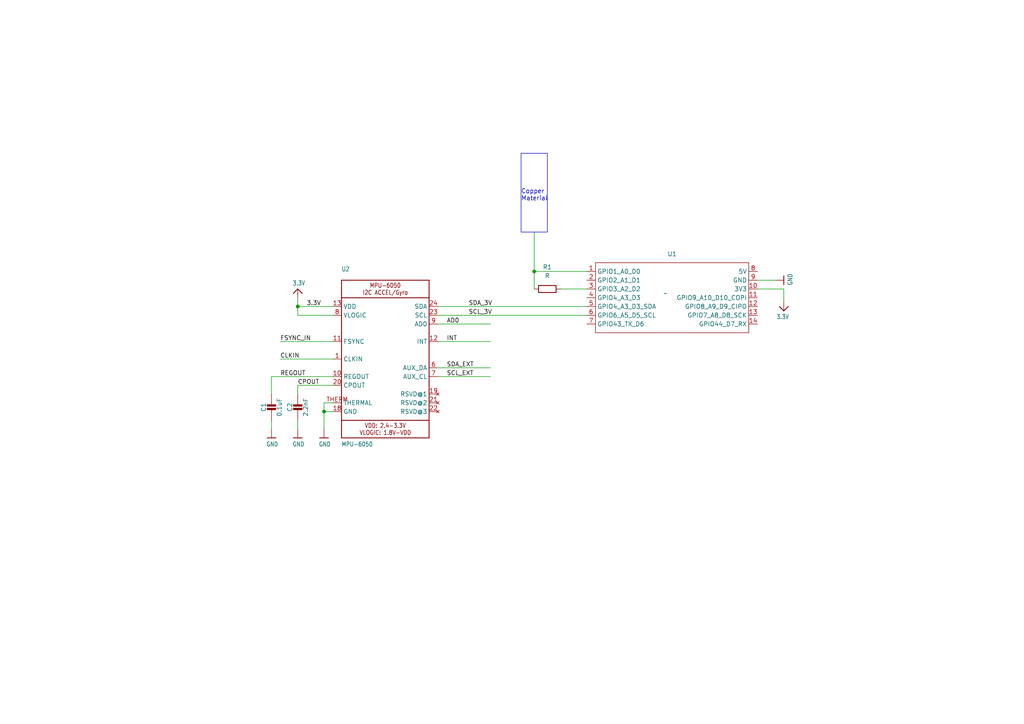
<source format=kicad_sch>
(kicad_sch (version 20230121) (generator eeschema)
  (paper "A4")
  (lib_symbols
    (symbol "Adafruit MPU6050-eagle-import:3.3V" (power)
      (property "Value" "3.3V" (at -1.524 1.016 0))
      (symbol "3.3V_1_0"
        (polyline (pts (xy -1.27 -1.27) (xy 0 0)) (stroke (width 0.254)))
        (polyline (pts (xy 0 0) (xy 1.27 -1.27)) (stroke (width 0.254)))
        (pin power_in line (at 0 -2.54 90) (length 2.54) (name "3.3V") (number "1"))
      )
    )
    (symbol "Adafruit MPU6050-eagle-import:CAP_CERAMIC0603_NO"
      (property "Reference" "C" (at -2.29 1.25 90))
      (symbol "CAP_CERAMIC0603_NO_1_0"
        (rectangle (start -1.27 0.508) (end 1.27 1.016) (fill (type outline)))
        (rectangle (start -1.27 1.524) (end 1.27 2.032) (fill (type outline)))
        (polyline (pts (xy 0 0.762) (xy 0 0)) (stroke (width 0.1524)))
        (polyline (pts (xy 0 2.54) (xy 0 1.778)) (stroke (width 0.1524)))
        (pin passive line (at 0 5.08 270) (length 2.54) (name "1") (number "1"))
        (pin passive line (at 0 -2.54 90) (length 2.54) (name "2") (number "2"))
      )
    )
    (symbol "Adafruit MPU6050-eagle-import:GND" (power)
      (property "Value" "GND" (at -1.524 -2.54 0))
      (symbol "GND_1_0"
        (polyline (pts (xy -1.27 0) (xy 1.27 0)) (stroke (width 0.254)))
        (pin power_in line (at 0 2.54 270) (length 2.54) (name "GND") (number "1"))
      )
    )
    (symbol "Adafruit MPU6050-eagle-import:MPU-6050"
      (property "Reference" "U" (at -12.7 25.4 0))
      (symbol "MPU-6050_1_0"
        (polyline (pts (xy -12.7 -22.86) (xy 12.7 -22.86)) (stroke (width 0.254)))
        (polyline (pts (xy -12.7 -17.78) (xy -12.7 -22.86)) (stroke (width 0.254)))
        (polyline (pts (xy -12.7 -17.78) (xy -12.7 17.78)) (stroke (width 0.254)))
        (polyline (pts (xy -12.7 17.78) (xy -12.7 22.86)) (stroke (width 0.254)))
        (polyline (pts (xy -12.7 17.78) (xy 12.7 17.78)) (stroke (width 0.254)))
        (polyline (pts (xy -12.7 22.86) (xy 12.7 22.86)) (stroke (width 0.254)))
        (polyline (pts (xy 12.7 -22.86) (xy 12.7 -17.78)) (stroke (width 0.254)))
        (polyline (pts (xy 12.7 -17.78) (xy -12.7 -17.78)) (stroke (width 0.254)))
        (polyline (pts (xy 12.7 17.78) (xy 12.7 -17.78)) (stroke (width 0.254)))
        (polyline (pts (xy 12.7 22.86) (xy 12.7 17.78)) (stroke (width 0.254)))
        (text "MPU-6050\nI2C ACCEL/Gyro" (at 0 20.32 0) (effects (font (size 1.27 1.0795))))
        (text "VDD: 2.4-3.3V\nVLOGIC: 1.8V-VDD" (at 0 -20.32 0) (effects (font (size 1.27 1.0795))))
        (pin input line (at -15.24 0 0) (length 2.54) (name "CLKIN") (number "1"))
        (pin passive line (at -15.24 -5.08 0) (length 2.54) (name "REGOUT") (number "10"))
        (pin input line (at -15.24 5.08 0) (length 2.54) (name "FSYNC") (number "11"))
        (pin output line (at 15.24 5.08 180) (length 2.54) (name "INT") (number "12"))
        (pin power_in line (at -15.24 15.24 0) (length 2.54) (name "VDD") (number "13"))
        (pin power_in line (at -15.24 -15.24 0) (length 2.54) (name "GND") (number "18"))
        (pin no_connect line (at 15.24 -10.16 180) (length 2.54) (name "RSVD@1") (number "19"))
        (pin passive line (at -15.24 -7.62 0) (length 2.54) (name "CPOUT") (number "20"))
        (pin no_connect line (at 15.24 -12.7 180) (length 2.54) (name "RSVD@2") (number "21"))
        (pin no_connect line (at 15.24 -15.24 180) (length 2.54) (name "RSVD@3") (number "22"))
        (pin bidirectional line (at 15.24 12.7 180) (length 2.54) (name "SCL") (number "23"))
        (pin bidirectional line (at 15.24 15.24 180) (length 2.54) (name "SDA") (number "24"))
        (pin bidirectional line (at 15.24 -2.54 180) (length 2.54) (name "AUX_DA") (number "6"))
        (pin bidirectional line (at 15.24 -5.08 180) (length 2.54) (name "AUX_CL") (number "7"))
        (pin power_in line (at -15.24 12.7 0) (length 2.54) (name "VLOGIC") (number "8"))
        (pin input line (at 15.24 10.16 180) (length 2.54) (name "AD0") (number "9"))
        (pin power_in line (at -15.24 -12.7 0) (length 2.54) (name "THERMAL") (number "THERM"))
      )
    )
    (symbol "Device:R" (pin_numbers hide) (pin_names (offset 0))
      (property "Reference" "R" (at 2.032 0 90))
      (property "Value" "R" (at 0 0 90))
      (symbol "R_0_1"
        (rectangle (start -1.016 -2.54) (end 1.016 2.54) (stroke (width 0.254)))
      )
      (symbol "R_1_1"
        (pin passive line (at 0 3.81 270) (length 1.27) (name "~") (number "1"))
        (pin passive line (at 0 -3.81 90) (length 1.27) (name "~") (number "2"))
      )
    )
    (symbol "demo:XIAO_ESP32_SENSE"
      (property "Reference" "U" (at 0 0 0))
      (symbol "XIAO_ESP32_SENSE_0_1"
        (polyline (pts (xy -20.32 8.89) (xy -20.32 -11.43) (xy 24.13 -11.43) (xy 24.13 8.89) (xy -20.32 8.89)))
      )
      (symbol "XIAO_ESP32_SENSE_1_1"
        (pin bidirectional line (at -22.86 6.35 0) (length 2.54) (name "GPIO1_A0_D0") (number "1"))
        (pin bidirectional line (at 26.67 1.27 180) (length 2.54) (name "3V3") (number "10"))
        (pin bidirectional line (at 26.67 -1.27 180) (length 2.54) (name "GPIO9_A10_D10_COPI") (number "11"))
        (pin bidirectional line (at 26.67 -3.81 180) (length 2.54) (name "GPIO8_A9_D9_CIPO") (number "12"))
        (pin bidirectional line (at 26.67 -6.35 180) (length 2.54) (name "GPIO7_A8_D8_SCK") (number "13"))
        (pin bidirectional line (at 26.67 -8.89 180) (length 2.54) (name "GPIO44_D7_RX") (number "14"))
        (pin bidirectional line (at -22.86 3.81 0) (length 2.54) (name "GPIO2_A1_D1") (number "2"))
        (pin bidirectional line (at -22.86 1.27 0) (length 2.54) (name "GPIO3_A2_D2") (number "3"))
        (pin bidirectional line (at -22.86 -1.27 0) (length 2.54) (name "GPIO4_A3_D3") (number "4"))
        (pin bidirectional line (at -22.86 -3.81 0) (length 2.54) (name "GPIO4_A3_D3_SDA") (number "5"))
        (pin bidirectional line (at -22.86 -6.35 0) (length 2.54) (name "GPIO6_A5_D5_SCL") (number "6"))
        (pin bidirectional line (at -22.86 -8.89 0) (length 2.54) (name "GPIO43_TX_D6") (number "7"))
        (pin bidirectional line (at 26.67 6.35 180) (length 2.54) (name "5V") (number "8"))
        (pin bidirectional line (at 26.67 3.81 180) (length 2.54) (name "GND") (number "9"))
      )
    )
  )
  (junction (at 86.36 88.9))
  (junction (at 93.98 119.38))
  (junction (at 154.94 78.74))
  (wire (pts (xy 127 88.9) (xy 170.18 88.9)) (stroke (width 0.1524)))
  (wire (pts (xy 96.52 109.22) (xy 78.74 109.22)) (stroke (width 0.1524)))
  (wire (pts (xy 96.52 104.14) (xy 81.28 104.14)) (stroke (width 0.1524)))
  (wire (pts (xy 96.52 116.84) (xy 93.98 116.84)) (stroke (width 0.1524)))
  (wire (pts (xy 86.36 121.92) (xy 86.36 124.46)) (stroke (width 0.1524)))
  (wire (pts (xy 78.74 121.92) (xy 78.74 124.46)) (stroke (width 0.1524)))
  (wire (pts (xy 154.94 67.31) (xy 154.94 78.74)))
  (wire (pts (xy 227.33 83.82) (xy 227.33 87.63)))
  (wire (pts (xy 154.94 78.74) (xy 154.94 83.82)))
  (wire (pts (xy 127 93.98) (xy 142.24 93.98)) (stroke (width 0.1524)))
  (wire (pts (xy 96.52 111.76) (xy 86.36 111.76)) (stroke (width 0.1524)))
  (wire (pts (xy 127 91.44) (xy 170.18 91.44)) (stroke (width 0.1524)))
  (wire (pts (xy 162.56 83.82) (xy 170.18 83.82)))
  (wire (pts (xy 93.98 116.84) (xy 93.98 119.38)) (stroke (width 0.1524)))
  (wire (pts (xy 96.52 91.44) (xy 86.36 91.44)) (stroke (width 0.1524)))
  (wire (pts (xy 86.36 88.9) (xy 86.36 86.36)) (stroke (width 0.1524)))
  (wire (pts (xy 127 106.68) (xy 142.24 106.68)) (stroke (width 0.1524)))
  (wire (pts (xy 127 99.06) (xy 142.24 99.06)) (stroke (width 0.1524)))
  (wire (pts (xy 86.36 111.76) (xy 86.36 114.3)) (stroke (width 0.1524)))
  (wire (pts (xy 93.98 119.38) (xy 93.98 124.46)) (stroke (width 0.1524)))
  (wire (pts (xy 96.52 88.9) (xy 86.36 88.9)) (stroke (width 0.1524)))
  (wire (pts (xy 86.36 91.44) (xy 86.36 88.9)) (stroke (width 0.1524)))
  (wire (pts (xy 127 109.22) (xy 142.24 109.22)) (stroke (width 0.1524)))
  (wire (pts (xy 96.52 119.38) (xy 93.98 119.38)) (stroke (width 0.1524)))
  (wire (pts (xy 154.94 78.74) (xy 170.18 78.74)))
  (wire (pts (xy 81.28 99.06) (xy 96.52 99.06)) (stroke (width 0.1524)))
  (wire (pts (xy 219.71 81.28) (xy 224.79 81.28)))
  (wire (pts (xy 219.71 83.82) (xy 227.33 83.82)))
  (wire (pts (xy 78.74 109.22) (xy 78.74 114.3)) (stroke (width 0.1524)))
  (rectangle (start 151.13 44.45) (end 158.75 67.31))
  (text "Copper\nMaterial" (at 151.13 58.42 0) (effects (font (size 1.27 1.27)) (justify left bottom)))
  (label "3.3V" (at 88.9 88.9 0) (effects (font (size 1.2446 1.2446))))
  (label "INT" (at 129.54 99.06 0) (effects (font (size 1.2446 1.2446))))
  (label "REGOUT" (at 81.28 109.22 0) (effects (font (size 1.2446 1.2446))))
  (label "SDA_EXT" (at 129.54 106.68 0) (effects (font (size 1.2446 1.2446))))
  (label "SDA_3V" (at 135.89 88.9 0) (effects (font (size 1.2446 1.2446))))
  (label "CLKIN" (at 81.28 104.14 0) (effects (font (size 1.2446 1.2446))))
  (label "FSYNC_IN" (at 81.28 99.06 0) (effects (font (size 1.2446 1.2446))))
  (label "SCL_3V" (at 135.89 91.44 0) (effects (font (size 1.2446 1.2446))))
  (label "CPOUT" (at 86.36 111.76 0) (effects (font (size 1.2446 1.2446))))
  (label "AD0" (at 129.54 93.98 0) (effects (font (size 1.2446 1.2446))))
  (label "SCL_EXT" (at 129.54 109.22 0) (effects (font (size 1.2446 1.2446))))
  (symbol (lib_id "Adafruit MPU6050-eagle-import:GND") (at 93.98 127 0) (unit 1)
    (property "Reference" "#U$05" (effects hide))
    (property "Value" "GND" (at 92.456 129.54 0) (effects (font (size 1.27 1.0795)) (justify left bottom)))
  )
  (symbol (lib_id "Adafruit MPU6050-eagle-import:3.3V") (at 227.33 90.17 180) (unit 1)
    (property "Reference" "#U$01" (effects hide))
    (property "Value" "3.3V" (at 228.854 91.186 0) (effects (font (size 1.27 1.0795)) (justify left bottom)))
  )
  (symbol (lib_id "Adafruit MPU6050-eagle-import:GND") (at 78.74 127 0) (unit 1)
    (property "Reference" "#U$02" (effects hide))
    (property "Value" "GND" (at 77.216 129.54 0) (effects (font (size 1.27 1.0795)) (justify left bottom)))
  )
  (symbol (lib_id "Adafruit MPU6050-eagle-import:CAP_CERAMIC0603_NO") (at 86.36 119.38 0) (unit 1)
    (property "Reference" "C2" (at 84.07 118.13 90))
    (property "Value" "2.2nF" (at 88.66 118.13 90))
    (property "Footprint" "Adafruit MPU6050:0603-NO" (effects hide))
  )
  (symbol (lib_id "demo:XIAO_ESP32_SENSE") (at 193.04 85.09 0) (unit 1)
    (property "Reference" "U1" (at 194.945 73.66 0))
    (property "Value" "~" (at 193.04 85.09 0))
  )
  (symbol (lib_id "Adafruit MPU6050-eagle-import:GND") (at 227.33 81.28 90) (unit 1)
    (property "Reference" "#U$06" (effects hide))
    (property "Value" "GND" (at 229.87 82.804 0) (effects (font (size 1.27 1.0795)) (justify left bottom)))
  )
  (symbol (lib_id "Adafruit MPU6050-eagle-import:CAP_CERAMIC0603_NO") (at 78.74 119.38 0) (unit 1)
    (property "Reference" "C1" (at 76.45 118.13 90))
    (property "Value" "0.1uF" (at 81.04 118.13 90))
    (property "Footprint" "Adafruit MPU6050:0603-NO" (effects hide))
  )
  (symbol (lib_id "Adafruit MPU6050-eagle-import:MPU-6050") (at 111.76 104.14 0) (unit 1)
    (property "Reference" "U2" (at 99.06 78.74 0) (effects (font (size 1.27 1.0795)) (justify left bottom)))
    (property "Value" "MPU-6050" (at 99.06 129.54 0) (effects (font (size 1.27 1.0795)) (justify left bottom)))
    (property "Footprint" "Adafruit MPU6050:QFN24_4MM_SMSC" (effects hide))
  )
  (symbol (lib_id "Adafruit MPU6050-eagle-import:3.3V") (at 86.36 83.82 0) (unit 1)
    (property "Reference" "#U$03" (effects hide))
    (property "Value" "3.3V" (at 84.836 82.804 0) (effects (font (size 1.27 1.0795)) (justify left bottom)))
  )
  (symbol (lib_id "Device:R") (at 158.75 83.82 90) (unit 1)
    (property "Reference" "R1" (at 158.75 77.47 90))
    (property "Value" "R" (at 158.75 80.01 90))
  )
  (symbol (lib_id "Adafruit MPU6050-eagle-import:GND") (at 86.36 127 0) (unit 1)
    (property "Reference" "#U$04" (effects hide))
    (property "Value" "GND" (at 84.836 129.54 0) (effects (font (size 1.27 1.0795)) (justify left bottom)))
  )
)
</source>
